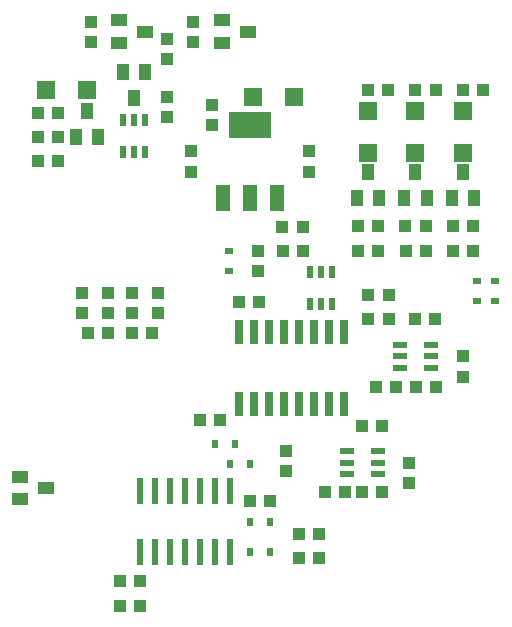
<source format=gtp>
G04 EAGLE Gerber RS-274X export*
G75*
%MOMM*%
%FSLAX34Y34*%
%LPD*%
%INSolderpaste Top*%
%IPPOS*%
%AMOC8*
5,1,8,0,0,1.08239X$1,22.5*%
G01*
%ADD10R,1.500000X1.500000*%
%ADD11R,1.100000X1.000000*%
%ADD12R,1.000000X1.100000*%
%ADD13R,0.600000X0.800000*%
%ADD14R,0.800000X0.600000*%
%ADD15R,0.600000X2.200000*%
%ADD16R,0.660400X2.032000*%
%ADD17R,1.220000X0.620000*%
%ADD18R,1.000000X1.400000*%
%ADD19R,1.400000X1.000000*%
%ADD20R,1.219200X2.235200*%
%ADD21R,3.600000X2.200000*%
%ADD22R,0.550000X1.000000*%


D10*
X365000Y427500D03*
X365000Y462500D03*
D11*
X182700Y200800D03*
X199700Y200800D03*
X215600Y301300D03*
X232600Y301300D03*
X320000Y196100D03*
X337000Y196100D03*
X364900Y286600D03*
X381900Y286600D03*
D12*
X232000Y327100D03*
X232000Y344100D03*
D11*
X142300Y274600D03*
X125300Y274600D03*
D12*
X175000Y411500D03*
X175000Y428500D03*
X275000Y411500D03*
X275000Y428500D03*
D13*
X195500Y181100D03*
X212500Y181100D03*
X208100Y164200D03*
X225100Y164200D03*
X241900Y89000D03*
X224900Y89000D03*
X241800Y115000D03*
X224800Y115000D03*
D14*
X207400Y327100D03*
X207400Y344100D03*
D15*
X195400Y141000D03*
X195400Y89000D03*
X208100Y141000D03*
X182700Y141000D03*
X170000Y141000D03*
X208100Y89000D03*
X182700Y89000D03*
X170000Y89000D03*
X144600Y141000D03*
X144600Y89000D03*
X157300Y141000D03*
X131900Y141000D03*
X157300Y89000D03*
X131900Y89000D03*
D16*
X215550Y214266D03*
X215550Y275734D03*
X228250Y214266D03*
X240950Y214266D03*
X228250Y275734D03*
X240950Y275734D03*
X253650Y214266D03*
X253650Y275734D03*
X266350Y214266D03*
X266350Y275734D03*
X279050Y214266D03*
X291750Y214266D03*
X279050Y275734D03*
X291750Y275734D03*
X304450Y214266D03*
X304450Y275734D03*
D17*
X307000Y174500D03*
X307000Y165000D03*
X307000Y155500D03*
X333000Y155500D03*
X333000Y165000D03*
X333000Y174500D03*
X352000Y264500D03*
X352000Y255000D03*
X352000Y245500D03*
X378000Y245500D03*
X378000Y255000D03*
X378000Y264500D03*
D10*
X227500Y475000D03*
X262500Y475000D03*
D18*
X126500Y474100D03*
X117000Y496100D03*
X136000Y496100D03*
D19*
X222800Y530000D03*
X200800Y520500D03*
X200800Y539500D03*
X136000Y530000D03*
X114000Y520500D03*
X114000Y539500D03*
D18*
X405000Y411000D03*
X414500Y389000D03*
X395500Y389000D03*
X365000Y411000D03*
X374500Y389000D03*
X355500Y389000D03*
X325000Y411000D03*
X334500Y389000D03*
X315500Y389000D03*
X86800Y462850D03*
X96300Y440850D03*
X77300Y440850D03*
D19*
X52550Y143300D03*
X30550Y133800D03*
X30550Y152800D03*
D12*
X132000Y44000D03*
X115000Y44000D03*
D11*
X90000Y521500D03*
X90000Y538500D03*
X155000Y506500D03*
X155000Y523500D03*
X176800Y538500D03*
X176800Y521500D03*
D12*
X252400Y364700D03*
X269400Y364700D03*
X269500Y344100D03*
X252500Y344100D03*
X325200Y286500D03*
X342200Y286500D03*
X342200Y306800D03*
X325200Y306800D03*
D11*
X405000Y237900D03*
X405000Y254900D03*
D12*
X365100Y229300D03*
X382100Y229300D03*
X115000Y64500D03*
X132000Y64500D03*
X348500Y229300D03*
X331500Y229300D03*
X356500Y365000D03*
X373500Y365000D03*
X316500Y365000D03*
X333500Y365000D03*
X396500Y365000D03*
X413500Y365000D03*
X396500Y344000D03*
X413500Y344000D03*
X316500Y344000D03*
X333500Y344000D03*
X356600Y344000D03*
X373600Y344000D03*
X325100Y480600D03*
X342100Y480600D03*
X365000Y480600D03*
X382000Y480600D03*
X405000Y480600D03*
X422000Y480600D03*
D11*
X146856Y291452D03*
X146856Y308452D03*
D12*
X62100Y420300D03*
X45100Y420300D03*
X62100Y440800D03*
X45100Y440800D03*
X45100Y461200D03*
X62100Y461200D03*
D11*
X125300Y291500D03*
X125300Y308500D03*
X192400Y451200D03*
X192400Y468200D03*
X82796Y291703D03*
X82796Y308703D03*
X255000Y175000D03*
X255000Y158000D03*
D12*
X266500Y105000D03*
X283500Y105000D03*
D11*
X359900Y148100D03*
X359900Y165100D03*
D12*
X320000Y140000D03*
X337000Y140000D03*
X305300Y140000D03*
X288300Y140000D03*
D10*
X86900Y480400D03*
X51900Y480400D03*
X325000Y427500D03*
X325000Y462500D03*
X405000Y427500D03*
X405000Y462500D03*
D20*
X201886Y389012D03*
X225000Y389012D03*
X248114Y389012D03*
D21*
X225000Y450990D03*
D11*
X88000Y274500D03*
X105000Y274500D03*
X105000Y291500D03*
X105000Y308500D03*
X155000Y457300D03*
X155000Y474300D03*
D22*
X126900Y454900D03*
X136400Y454900D03*
X117400Y454900D03*
X117400Y427900D03*
X136400Y427900D03*
X126900Y427900D03*
D14*
X417500Y318500D03*
X417500Y301500D03*
X432500Y318500D03*
X432500Y301500D03*
D22*
X285000Y326000D03*
X294500Y326000D03*
X275500Y326000D03*
X275500Y299000D03*
X294500Y299000D03*
X285000Y299000D03*
D12*
X283561Y84667D03*
X266561Y84667D03*
X242031Y132625D03*
X225031Y132625D03*
M02*

</source>
